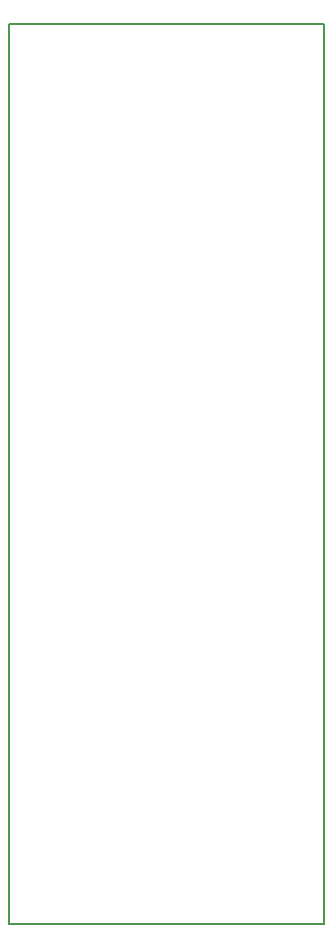
<source format=gbr>
G04 #@! TF.FileFunction,Profile,NP*
%FSLAX46Y46*%
G04 Gerber Fmt 4.6, Leading zero omitted, Abs format (unit mm)*
G04 Created by KiCad (PCBNEW 4.0.7) date 10/16/19 18:47:00*
%MOMM*%
%LPD*%
G01*
G04 APERTURE LIST*
%ADD10C,0.100000*%
%ADD11C,0.150000*%
G04 APERTURE END LIST*
D10*
D11*
X55118000Y-105156000D02*
X55118000Y-28956000D01*
X81788000Y-105156000D02*
X55118000Y-105156000D01*
X81788000Y-28956000D02*
X81788000Y-105156000D01*
X55118000Y-28956000D02*
X81788000Y-28956000D01*
M02*

</source>
